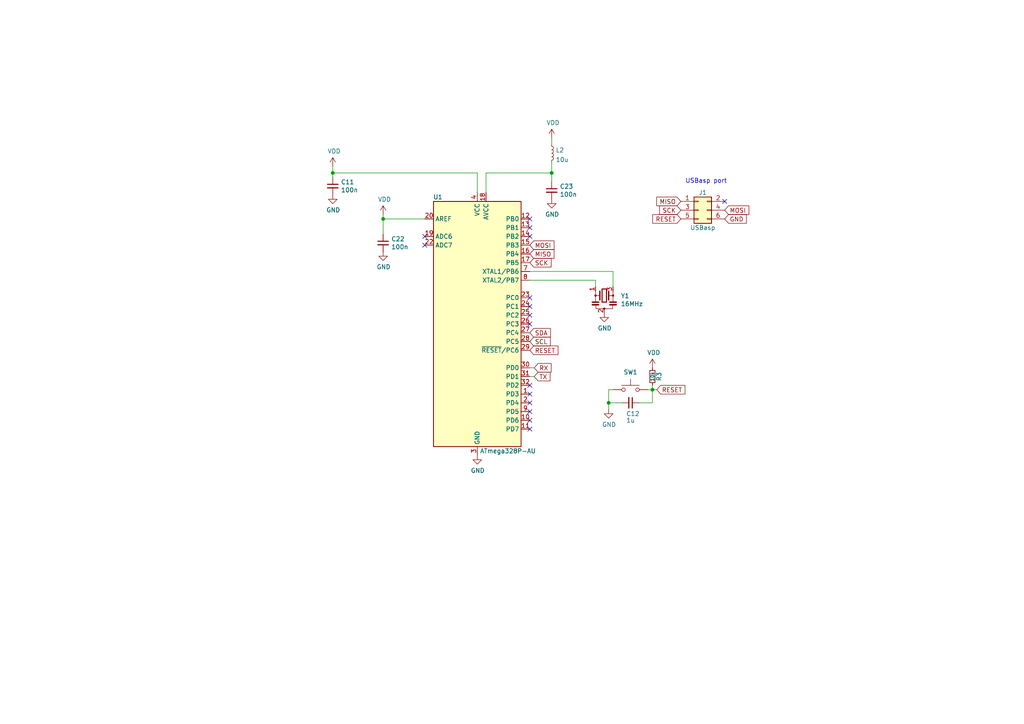
<source format=kicad_sch>
(kicad_sch (version 20211123) (generator eeschema)
  (paper "A4")
  (title_block (title "CNLJS") (date "2021-12-22") (rev "v0.01") (company "Josip&Zvonimir"))
  (lib_symbols
    (symbol "Connector_Generic:Conn_02x03_Odd_Even" (pin_names (offset 1.016) hide)
      (property "Reference" "J" (at 1.27 5.08 0))
      (property "Value" "Conn_02x03_Odd_Even" (at 1.27 -5.08 0))
      (symbol "Conn_02x03_Odd_Even_1_1"
        (rectangle (start -1.27 -2.413) (end 0 -2.667) (stroke (width 0.1524)))
        (rectangle (start -1.27 0.127) (end 0 -0.127) (stroke (width 0.1524)))
        (rectangle (start -1.27 2.667) (end 0 2.413) (stroke (width 0.1524)))
        (rectangle (start -1.27 3.81) (end 3.81 -3.81) (stroke (width 0.254)) (fill (type background)))
        (rectangle (start 3.81 -2.413) (end 2.54 -2.667) (stroke (width 0.1524)))
        (rectangle (start 3.81 0.127) (end 2.54 -0.127) (stroke (width 0.1524)))
        (rectangle (start 3.81 2.667) (end 2.54 2.413) (stroke (width 0.1524)))
        (pin passive line (at -5.08 2.54 0) (length 3.81) (name "Pin_1") (number "1"))
        (pin passive line (at 7.62 2.54 180) (length 3.81) (name "Pin_2") (number "2"))
        (pin passive line (at -5.08 0 0) (length 3.81) (name "Pin_3") (number "3"))
        (pin passive line (at 7.62 0 180) (length 3.81) (name "Pin_4") (number "4"))
        (pin passive line (at -5.08 -2.54 0) (length 3.81) (name "Pin_5") (number "5"))
        (pin passive line (at 7.62 -2.54 180) (length 3.81) (name "Pin_6") (number "6"))
      )
    )
    (symbol "Device:C_Small" (pin_numbers hide) (pin_names (offset 0.254) hide)
      (property "Reference" "C" (at 0.254 1.778 0))
      (property "Value" "C_Small" (at 0.254 -2.032 0))
      (symbol "C_Small_0_1"
        (polyline (pts (xy -1.524 -0.508) (xy 1.524 -0.508)) (stroke (width 0.3302)))
        (polyline (pts (xy -1.524 0.508) (xy 1.524 0.508)) (stroke (width 0.3048)))
      )
      (symbol "C_Small_1_1"
        (pin passive line (at 0 2.54 270) (length 2.032) (name "~") (number "1"))
        (pin passive line (at 0 -2.54 90) (length 2.032) (name "~") (number "2"))
      )
    )
    (symbol "Device:L_Small" (pin_numbers hide) (pin_names (offset 0.254) hide)
      (property "Reference" "L" (at 0.762 1.016 0))
      (property "Value" "L_Small" (at 0.762 -1.016 0))
      (symbol "L_Small_0_1"
        (arc (start 0 -2.032) (mid 0.508 -1.524) (end 0 -1.016))
        (arc (start 0 -1.016) (mid 0.508 -0.508) (end 0 0))
        (arc (start 0 0) (mid 0.508 0.508) (end 0 1.016))
        (arc (start 0 1.016) (mid 0.508 1.524) (end 0 2.032))
      )
      (symbol "L_Small_1_1"
        (pin passive line (at 0 2.54 270) (length 0.508) (name "~") (number "1"))
        (pin passive line (at 0 -2.54 90) (length 0.508) (name "~") (number "2"))
      )
    )
    (symbol "Device:R_Small" (pin_numbers hide) (pin_names (offset 0.254) hide)
      (property "Reference" "R" (at 0.762 0.508 0))
      (property "Value" "R_Small" (at 0.762 -1.016 0))
      (symbol "R_Small_0_1"
        (rectangle (start -0.762 1.778) (end 0.762 -1.778) (stroke (width 0.2032)))
      )
      (symbol "R_Small_1_1"
        (pin passive line (at 0 2.54 270) (length 0.762) (name "~") (number "1"))
        (pin passive line (at 0 -2.54 90) (length 0.762) (name "~") (number "2"))
      )
    )
    (symbol "Device:Resonator_Small" (pin_names (offset 1.016) hide)
      (property "Reference" "Y" (at 3.175 1.905 0))
      (property "Value" "Resonator_Small" (at 3.175 0 0))
      (symbol "Resonator_Small_0_1"
        (rectangle (start -3.556 -2.54) (end -1.524 -2.794) (fill (type outline)))
        (rectangle (start -3.556 -1.778) (end -1.524 -2.032) (fill (type outline)))
        (circle (center -2.54 0) (radius 0.254) (fill (type outline)))
        (rectangle (start -0.635 1.905) (end 0.635 -1.905) (stroke (width 0.3048)))
        (circle (center 0 -3.81) (radius 0.254) (fill (type outline)))
        (polyline (pts (xy -2.54 -1.778) (xy -2.54 0)))
        (polyline (pts (xy -2.54 0) (xy -1.397 0)))
        (polyline (pts (xy -2.54 1.27) (xy -2.54 0)))
        (polyline (pts (xy -1.27 -1.27) (xy -1.27 1.27)) (stroke (width 0.381)))
        (polyline (pts (xy 1.27 -1.27) (xy 1.27 1.27)) (stroke (width 0.381)))
        (polyline (pts (xy 1.27 0) (xy 2.54 0)))
        (polyline (pts (xy 2.54 0) (xy 2.54 -1.778)))
        (polyline (pts (xy 2.54 1.27) (xy 2.54 0)))
        (polyline (pts (xy 2.413 -2.794) (xy 2.413 -3.81) (xy -2.413 -3.81) (xy -2.413 -2.667)))
        (rectangle (start 1.524 -2.54) (end 3.556 -2.794) (fill (type outline)))
        (rectangle (start 1.524 -1.778) (end 3.556 -2.032) (fill (type outline)))
        (circle (center 2.54 0) (radius 0.254) (fill (type outline)))
      )
      (symbol "Resonator_Small_1_1"
        (pin passive line (at -2.54 2.54 270) (length 1.27) (name "1") (number "1"))
        (pin passive line (at 0 -5.08 90) (length 1.27) (name "2") (number "2"))
        (pin passive line (at 2.54 2.54 270) (length 1.27) (name "3") (number "3"))
      )
    )
    (symbol "MCU_Microchip_ATmega:ATmega328P-AU"
      (property "Reference" "U" (at -12.7 36.83 0))
      (property "Value" "MCU_Microchip_ATmega_ATmega328P-AU" (at 2.54 -36.83 0))
      (symbol "ATmega328P-AU_0_1"
        (rectangle (start -12.7 -35.56) (end 12.7 35.56) (stroke (width 0.254)) (fill (type background)))
      )
      (symbol "ATmega328P-AU_1_1"
        (pin bidirectional line (at 15.24 -20.32 180) (length 2.54) (name "PD3") (number "1"))
        (pin bidirectional line (at 15.24 -27.94 180) (length 2.54) (name "PD6") (number "10"))
        (pin bidirectional line (at 15.24 -30.48 180) (length 2.54) (name "PD7") (number "11"))
        (pin bidirectional line (at 15.24 30.48 180) (length 2.54) (name "PB0") (number "12"))
        (pin bidirectional line (at 15.24 27.94 180) (length 2.54) (name "PB1") (number "13"))
        (pin bidirectional line (at 15.24 25.4 180) (length 2.54) (name "PB2") (number "14"))
        (pin bidirectional line (at 15.24 22.86 180) (length 2.54) (name "PB3") (number "15"))
        (pin bidirectional line (at 15.24 20.32 180) (length 2.54) (name "PB4") (number "16"))
        (pin bidirectional line (at 15.24 17.78 180) (length 2.54) (name "PB5") (number "17"))
        (pin power_in line (at 2.54 38.1 270) (length 2.54) (name "AVCC") (number "18"))
        (pin input line (at -15.24 25.4 0) (length 2.54) (name "ADC6") (number "19"))
        (pin bidirectional line (at 15.24 -22.86 180) (length 2.54) (name "PD4") (number "2"))
        (pin passive line (at -15.24 30.48 0) (length 2.54) (name "AREF") (number "20"))
        (pin passive line (at 0 -38.1 90) (length 2.54) hide (name "GND") (number "21"))
        (pin input line (at -15.24 22.86 0) (length 2.54) (name "ADC7") (number "22"))
        (pin bidirectional line (at 15.24 7.62 180) (length 2.54) (name "PC0") (number "23"))
        (pin bidirectional line (at 15.24 5.08 180) (length 2.54) (name "PC1") (number "24"))
        (pin bidirectional line (at 15.24 2.54 180) (length 2.54) (name "PC2") (number "25"))
        (pin bidirectional line (at 15.24 0 180) (length 2.54) (name "PC3") (number "26"))
        (pin bidirectional line (at 15.24 -2.54 180) (length 2.54) (name "PC4") (number "27"))
        (pin bidirectional line (at 15.24 -5.08 180) (length 2.54) (name "PC5") (number "28"))
        (pin bidirectional line (at 15.24 -7.62 180) (length 2.54) (name "~{RESET}/PC6") (number "29"))
        (pin power_in line (at 0 -38.1 90) (length 2.54) (name "GND") (number "3"))
        (pin bidirectional line (at 15.24 -12.7 180) (length 2.54) (name "PD0") (number "30"))
        (pin bidirectional line (at 15.24 -15.24 180) (length 2.54) (name "PD1") (number "31"))
        (pin bidirectional line (at 15.24 -17.78 180) (length 2.54) (name "PD2") (number "32"))
        (pin power_in line (at 0 38.1 270) (length 2.54) (name "VCC") (number "4"))
        (pin passive line (at 0 -38.1 90) (length 2.54) hide (name "GND") (number "5"))
        (pin passive line (at 0 38.1 270) (length 2.54) hide (name "VCC") (number "6"))
        (pin bidirectional line (at 15.24 15.24 180) (length 2.54) (name "XTAL1/PB6") (number "7"))
        (pin bidirectional line (at 15.24 12.7 180) (length 2.54) (name "XTAL2/PB7") (number "8"))
        (pin bidirectional line (at 15.24 -25.4 180) (length 2.54) (name "PD5") (number "9"))
      )
    )
    (symbol "Switch:SW_Push" (pin_numbers hide) (pin_names (offset 1.016) hide)
      (property "Reference" "SW" (at 1.27 2.54 0))
      (property "Value" "SW_Push" (at 0 -1.524 0))
      (symbol "SW_Push_0_1"
        (circle (center -2.032 0) (radius 0.508))
        (polyline (pts (xy 0 1.27) (xy 0 3.048)))
        (polyline (pts (xy 2.54 1.27) (xy -2.54 1.27)))
        (circle (center 2.032 0) (radius 0.508))
        (pin passive line (at -5.08 0 0) (length 2.54) (name "1") (number "1"))
        (pin passive line (at 5.08 0 180) (length 2.54) (name "2") (number "2"))
      )
    )
    (symbol "power:GND" (power) (pin_names (offset 0))
      (property "Value" "GND" (at 0 -3.81 0))
      (symbol "GND_0_1"
        (polyline (pts (xy 0 0) (xy 0 -1.27) (xy 1.27 -1.27) (xy 0 -2.54) (xy -1.27 -1.27) (xy 0 -1.27)))
      )
      (symbol "GND_1_1"
        (pin power_in line (at 0 0 270) (length 0) hide (name "GND") (number "1"))
      )
    )
    (symbol "power:VDD" (power) (pin_names (offset 0))
      (property "Value" "VDD" (at 0 3.81 0))
      (symbol "VDD_0_1"
        (polyline (pts (xy -0.762 1.27) (xy 0 2.54)))
        (polyline (pts (xy 0 0) (xy 0 2.54)))
        (polyline (pts (xy 0 2.54) (xy 0.762 1.27)))
      )
      (symbol "VDD_1_1"
        (pin power_in line (at 0 0 90) (length 0) hide (name "VDD") (number "1"))
      )
    )
  )
  (junction (at 96.52 50.165))
  (junction (at 176.53 116.84))
  (junction (at 189.23 113.03))
  (junction (at 111.125 63.5))
  (junction (at 160.02 50.165))
  (no_connect (at 153.67 116.84))
  (no_connect (at 153.67 93.98))
  (no_connect (at 153.67 66.04))
  (no_connect (at 153.67 111.76))
  (no_connect (at 153.67 121.92))
  (no_connect (at 123.19 68.58))
  (no_connect (at 153.67 91.44))
  (no_connect (at 153.67 68.58))
  (no_connect (at 153.67 124.46))
  (no_connect (at 153.67 63.5))
  (no_connect (at 123.19 71.12))
  (no_connect (at 210.185 58.42))
  (no_connect (at 153.67 119.38))
  (no_connect (at 153.67 114.3))
  (no_connect (at 153.67 86.36))
  (no_connect (at 153.67 88.9))
  (wire (pts (xy 189.23 113.03) (xy 189.23 111.76)))
  (wire (pts (xy 187.96 113.03) (xy 189.23 113.03)))
  (wire (pts (xy 189.23 116.84) (xy 189.23 113.03)))
  (wire (pts (xy 111.125 62.23) (xy 111.125 63.5)))
  (wire (pts (xy 176.53 116.84) (xy 176.53 113.03)))
  (wire (pts (xy 96.52 48.26) (xy 96.52 50.165)))
  (wire (pts (xy 154.94 109.22) (xy 153.67 109.22)))
  (wire (pts (xy 140.97 55.88) (xy 140.97 50.165)))
  (wire (pts (xy 154.94 106.68) (xy 153.67 106.68)))
  (wire (pts (xy 111.125 63.5) (xy 123.19 63.5)))
  (wire (pts (xy 185.42 116.84) (xy 189.23 116.84)))
  (wire (pts (xy 111.125 67.945) (xy 111.125 63.5)))
  (wire (pts (xy 153.67 81.28) (xy 172.72 81.28)))
  (wire (pts (xy 96.52 50.165) (xy 138.43 50.165)))
  (wire (pts (xy 176.53 113.03) (xy 177.8 113.03)))
  (wire (pts (xy 96.52 50.165) (xy 96.52 51.435)))
  (wire (pts (xy 177.8 78.74) (xy 177.8 83.185)))
  (wire (pts (xy 190.5 113.03) (xy 189.23 113.03)))
  (wire (pts (xy 153.67 78.74) (xy 177.8 78.74)))
  (wire (pts (xy 160.02 46.99) (xy 160.02 50.165)))
  (wire (pts (xy 160.02 50.165) (xy 160.02 52.705)))
  (wire (pts (xy 176.53 118.745) (xy 176.53 116.84)))
  (wire (pts (xy 172.72 81.28) (xy 172.72 83.185)))
  (wire (pts (xy 160.02 40.005) (xy 160.02 41.91)))
  (wire (pts (xy 138.43 50.165) (xy 138.43 55.88)))
  (wire (pts (xy 140.97 50.165) (xy 160.02 50.165)))
  (wire (pts (xy 180.34 116.84) (xy 176.53 116.84)))
  (text "USBasp port" (at 198.755 53.34 0) (effects (font (size 1.27 1.27)) (justify left bottom)))
  (global_label "MISO" (shape input) (at 197.485 58.42 180) (property "Intersheet References" "${INTERSHEET_REFS}" (effects hide)))
  (global_label "RESET" (shape input) (at 190.5 113.03 0) (property "Intersheet References" "${INTERSHEET_REFS}" (effects hide)))
  (global_label "MOSI" (shape input) (at 153.67 71.12 0) (property "Intersheet References" "${INTERSHEET_REFS}" (effects hide)))
  (global_label "SCL" (shape input) (at 153.67 99.06 0) (property "Intersheet References" "${INTERSHEET_REFS}" (effects hide)))
  (global_label "SDA" (shape input) (at 153.67 96.52 0) (property "Intersheet References" "${INTERSHEET_REFS}" (effects hide)))
  (global_label "MISO" (shape input) (at 153.67 73.66 0) (property "Intersheet References" "${INTERSHEET_REFS}" (effects hide)))
  (global_label "RX" (shape input) (at 154.94 106.68 0) (property "Intersheet References" "${INTERSHEET_REFS}" (effects hide)))
  (global_label "GND" (shape input) (at 210.185 63.5 0) (property "Intersheet References" "${INTERSHEET_REFS}" (effects hide)))
  (global_label "RESET" (shape input) (at 197.485 63.5 180) (property "Intersheet References" "${INTERSHEET_REFS}" (effects hide)))
  (global_label "TX" (shape input) (at 154.94 109.22 0) (property "Intersheet References" "${INTERSHEET_REFS}" (effects hide)))
  (global_label "MOSI" (shape input) (at 210.185 60.96 0) (property "Intersheet References" "${INTERSHEET_REFS}" (effects hide)))
  (global_label "SCK" (shape input) (at 153.67 76.2 0) (property "Intersheet References" "${INTERSHEET_REFS}" (effects hide)))
  (global_label "SCK" (shape input) (at 197.485 60.96 180) (property "Intersheet References" "${INTERSHEET_REFS}" (effects hide)))
  (global_label "RESET" (shape input) (at 153.67 101.6 0) (property "Intersheet References" "${INTERSHEET_REFS}" (effects hide)))
  (symbol (lib_id "MCU_Microchip_ATmega:ATmega328P-AU") (at 138.43 93.98 0) (unit 1)
    (property "Reference" "U1" (at 127 57.15 0))
    (property "Value" "ATmega328P-AU" (at 147.32 130.81 0))
    (property "Footprint" "Package_QFP:TQFP-32_7x7mm_P0.8mm" (effects hide))
    (property "Datasheet" "http://ww1.microchip.com/downloads/en/DeviceDoc/ATmega328_P%20AVR%20MCU%20with%20picoPower%20Technology%20Data%20Sheet%2040001984A.pdf" (effects hide))
    (property "Basic/Extended" "Basic" (effects hide))
    (property "JLCPCB Part #" "C14877" (effects hide))
    (property "U labosu?" "Da" (effects hide))
  )
  (symbol (lib_id "power:GND") (at 138.43 132.08 0) (unit 1)
    (property "Reference" "#PWR047" (effects hide))
    (property "Value" "GND" (at 138.557 136.4742 0))
  )
  (symbol (lib_id "Device:R_Small") (at 189.23 109.22 180) (unit 1)
    (property "Reference" "R3" (at 191.135 109.22 90))
    (property "Value" "10k" (at 189.23 109.22 90) (effects (font (size 0.9906 0.9906))))
    (property "Footprint" "Resistor_SMD:R_0805_2012Metric" (effects hide))
    (property "Basic/Extended" "Basic" (effects hide))
    (property "JLCPCB Part #" "C17414" (effects hide))
    (property "U labosu?" "Da" (effects hide))
  )
  (symbol (lib_id "Device:C_Small") (at 96.52 53.975 0) (unit 1)
    (property "Reference" "C11" (at 98.8568 52.8066 0) (effects (justify left)))
    (property "Value" "100n" (at 98.8568 55.118 0) (effects (justify left)))
    (property "Footprint" "Capacitor_SMD:C_0805_2012Metric" (effects hide))
    (property "Basic/Extended" "Basic" (effects hide))
    (property "JLCPCB Part #" "C49678" (effects hide))
    (property "U labosu?" "Da" (effects hide))
  )
  (symbol (lib_id "power:GND") (at 96.52 56.515 0) (unit 1)
    (property "Reference" "#PWR045" (effects hide))
    (property "Value" "GND" (at 96.647 60.9092 0))
  )
  (symbol (lib_id "Device:Resonator_Small") (at 175.26 85.725 0) (unit 1)
    (property "Reference" "Y1" (at 180.0352 85.8266 0) (effects (justify left)))
    (property "Value" "16MHz" (at 180.0352 88.138 0) (effects (justify left)))
    (property "Footprint" "CNLJS:CSTCE16M0V53-R0" (effects hide))
    (property "JLCPCB Part #" "C32180" (effects hide))
    (property "Basic/Extended" "Extended" (effects hide))
    (property "U labosu?" "Da" (effects hide))
  )
  (symbol (lib_id "power:GND") (at 175.26 90.805 0) (unit 1)
    (property "Reference" "#PWR049" (effects hide))
    (property "Value" "GND" (at 175.387 95.1992 0))
  )
  (symbol (lib_id "Connector_Generic:Conn_02x03_Odd_Even") (at 202.565 60.96 0) (unit 1)
    (property "Reference" "J1" (at 203.835 55.88 0))
    (property "Value" "USBasp" (at 203.835 66.04 0))
    (property "Footprint" "CNLJS:USBasp" (effects hide))
    (property "Basic/Extended" "-" (effects hide))
    (property "JLCPCB Part #" "-" (effects hide))
    (property "U labosu?" "Da" (effects hide))
  )
  (symbol (lib_id "Switch:SW_Push") (at 182.88 113.03 0) (unit 1)
    (property "Reference" "SW1" (at 182.88 107.95 0))
    (property "Value" "SW_Push" (effects hide))
    (property "Basic/Extended" "Basic" (effects hide))
    (property "JLCPCB Part #" "C307331" (effects hide))
    (property "U labosu?" "Ne" (effects hide))
  )
  (symbol (lib_id "Device:C_Small") (at 182.88 116.84 270) (unit 1)
    (property "Reference" "C12" (at 181.61 120.015 90) (effects (justify left)))
    (property "Value" "1u" (at 181.61 121.92 90) (effects (justify left)))
    (property "Footprint" "Capacitor_SMD:C_0805_2012Metric" (effects hide))
    (property "Basic/Extended" "Basic" (effects hide))
    (property "JLCPCB Part #" "C28323" (effects hide))
    (property "U labosu?" "Da" (effects hide))
  )
  (symbol (lib_id "power:GND") (at 176.53 118.745 0) (unit 1)
    (property "Reference" "#PWR048" (effects hide))
    (property "Value" "GND" (at 176.657 123.1392 0))
  )
  (symbol (lib_id "power:VDD") (at 96.52 48.26 0) (unit 1)
    (property "Reference" "#PWR044" (effects hide))
    (property "Value" "VDD" (at 96.901 43.8658 0))
  )
  (symbol (lib_id "power:VDD") (at 189.23 106.68 0) (unit 1)
    (property "Reference" "#PWR050" (effects hide))
    (property "Value" "VDD" (at 189.611 102.2858 0))
  )
  (symbol (lib_id "power:VDD") (at 160.02 40.005 0) (unit 1)
    (property "Reference" "#PWR0106" (effects hide))
    (property "Value" "VDD" (at 160.401 35.6108 0))
  )
  (symbol (lib_id "Device:L_Small") (at 160.02 44.45 0) (unit 1)
    (property "Reference" "L2" (at 161.163 43.5415 0) (effects (justify left)))
    (property "Value" "10u" (at 161.163 46.3166 0) (effects (justify left)))
    (property "Footprint" "Inductor_SMD:L_1206_3216Metric" (effects hide))
    (property "Basic/Extended" "Extended" (effects hide))
    (property "JLCPCB Part #" "C279941" (effects hide))
    (property "U labosu?" "Ne" (effects hide))
  )
  (symbol (lib_id "power:GND") (at 111.125 73.025 0) (unit 1)
    (property "Reference" "#PWR0105" (effects hide))
    (property "Value" "GND" (at 111.252 77.4192 0))
  )
  (symbol (lib_id "Device:C_Small") (at 111.125 70.485 0) (unit 1)
    (property "Reference" "C22" (at 113.4618 69.3166 0) (effects (justify left)))
    (property "Value" "100n" (at 113.4618 71.628 0) (effects (justify left)))
    (property "Footprint" "Capacitor_SMD:C_0805_2012Metric" (effects hide))
    (property "Basic/Extended" "Basic" (effects hide))
    (property "JLCPCB Part #" "C49678" (effects hide))
    (property "U labosu?" "Da" (effects hide))
  )
  (symbol (lib_id "Device:C_Small") (at 160.02 55.245 0) (unit 1)
    (property "Reference" "C23" (at 162.3568 54.0766 0) (effects (justify left)))
    (property "Value" "100n" (at 162.3568 56.388 0) (effects (justify left)))
    (property "Footprint" "Capacitor_SMD:C_0805_2012Metric" (effects hide))
    (property "Basic/Extended" "Basic" (effects hide))
    (property "JLCPCB Part #" "C49678" (effects hide))
    (property "U labosu?" "Da" (effects hide))
  )
  (symbol (lib_id "power:VDD") (at 111.125 62.23 0) (unit 1)
    (property "Reference" "#PWR0128" (effects hide))
    (property "Value" "VDD" (at 111.506 57.8358 0))
  )
  (symbol (lib_id "power:GND") (at 160.02 57.785 0) (unit 1)
    (property "Reference" "#PWR0107" (effects hide))
    (property "Value" "GND" (at 160.147 62.1792 0))
  )
)
</source>
